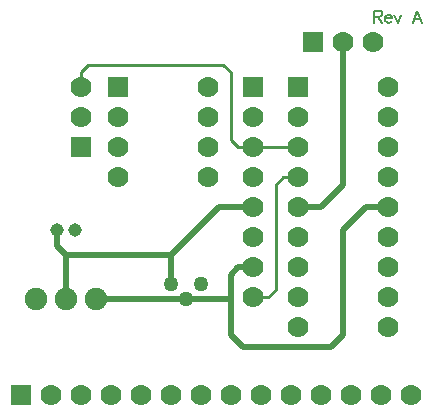
<source format=gtl>
*%FSLAX24Y24*%
*%MOIN*%
G01*
%ADD11C,0.0020*%
%ADD12C,0.0060*%
%ADD13C,0.0073*%
%ADD14C,0.0080*%
%ADD15C,0.0090*%
%ADD16C,0.0100*%
%ADD17C,0.0120*%
%ADD18C,0.0200*%
%ADD19C,0.0260*%
%ADD20C,0.0380*%
%ADD21C,0.0450*%
%ADD22C,0.0500*%
%ADD23C,0.0530*%
%ADD24C,0.0550*%
%ADD25C,0.0580*%
%ADD26C,0.0660*%
%ADD27C,0.0700*%
%ADD28C,0.0750*%
%ADD29C,0.0780*%
%ADD30C,0.0830*%
%ADD31C,0.0950*%
%ADD32R,0.0700X0.0700*%
%ADD33R,0.0780X0.0780*%
G54D14*
X104030Y86430D02*
Y86830D01*
X104201D01*
X104259Y86811D01*
X104278Y86792D01*
X104297Y86754D01*
Y86716D01*
X104278Y86678D01*
X104259Y86659D01*
X104201Y86639D01*
X104030D01*
X104163D02*
X104297Y86430D01*
X104386Y86582D02*
X104615D01*
Y86620D01*
X104596Y86659D01*
X104577Y86678D01*
X104538Y86697D01*
X104481D01*
X104443Y86678D01*
X104405Y86639D01*
X104386Y86582D01*
Y86544D01*
X104405Y86487D01*
X104443Y86449D01*
X104481Y86430D01*
X104538D01*
X104577Y86449D01*
X104615Y86487D01*
X104815Y86430D02*
X104700Y86697D01*
X104929D02*
X104815Y86430D01*
X105460Y86830D02*
X105613Y86430D01*
X105308D02*
X105460Y86830D01*
X105365Y86563D02*
X105555D01*
G54D16*
X101500Y81290D02*
X101000D01*
X100750Y81040D01*
Y77540D01*
X100500Y77290D02*
X100000D01*
X100500D02*
X100750Y77540D01*
X99500Y82290D02*
X99250Y82540D01*
X99500Y82290D02*
X100000D01*
X99250Y82540D02*
Y84790D01*
X94250D02*
Y84290D01*
Y84790D02*
X94500Y85040D01*
X100000Y82290D02*
X101500D01*
X99250Y84790D02*
X99000Y85040D01*
X94500D01*
G54D18*
X97250Y78690D02*
Y77720D01*
X98850Y80290D02*
X100000D01*
X98850D02*
X97250Y78690D01*
X93750D01*
X93450Y78990D02*
Y79540D01*
Y78990D02*
X93750Y78690D01*
Y77240D01*
X99250Y76040D02*
X99650Y75640D01*
X102600D01*
X103000Y76040D01*
Y79540D01*
Y81040D02*
Y85790D01*
Y81040D02*
X102250Y80290D01*
X101500D01*
X103000Y79540D02*
Y76090D01*
Y79540D02*
X103750Y80290D01*
X104500D01*
X100000Y78290D02*
X99500D01*
X99250Y78040D01*
Y76040D01*
Y77240D02*
X94750D01*
G54D21*
X93450Y79540D02*
D03*
X94050D02*
D03*
G54D22*
X97750Y77220D02*
D03*
X98250Y77720D02*
D03*
X97250D02*
D03*
G54D27*
X98500Y84290D02*
D03*
Y83290D02*
D03*
Y82290D02*
D03*
Y81290D02*
D03*
X95500D02*
D03*
Y82290D02*
D03*
Y83290D02*
D03*
X104000Y85790D02*
D03*
X103000D02*
D03*
X100000Y83290D02*
D03*
Y82290D02*
D03*
Y81290D02*
D03*
Y80290D02*
D03*
Y79290D02*
D03*
Y78290D02*
D03*
Y77290D02*
D03*
X94250Y83290D02*
D03*
Y84290D02*
D03*
X93250Y74040D02*
D03*
X94250D02*
D03*
X95250D02*
D03*
X96250D02*
D03*
X97250D02*
D03*
X98250D02*
D03*
X99250D02*
D03*
X100250D02*
D03*
X101250D02*
D03*
X102250D02*
D03*
X103250D02*
D03*
X104250D02*
D03*
X105250D02*
D03*
X104500Y84290D02*
D03*
Y83290D02*
D03*
Y82290D02*
D03*
Y81290D02*
D03*
Y80290D02*
D03*
Y79290D02*
D03*
Y78290D02*
D03*
Y77290D02*
D03*
Y76290D02*
D03*
X101500D02*
D03*
Y77290D02*
D03*
Y78290D02*
D03*
Y79290D02*
D03*
Y80290D02*
D03*
Y81290D02*
D03*
Y82290D02*
D03*
Y83290D02*
D03*
G54D28*
X92750Y77240D02*
D03*
X93750D02*
D03*
X94750D02*
D03*
G54D32*
X95500Y84290D02*
D03*
X102000Y85790D02*
D03*
X100000Y84290D02*
D03*
X94250Y82290D02*
D03*
X92250Y74040D02*
D03*
X101500Y84290D02*
D03*
M02*

</source>
